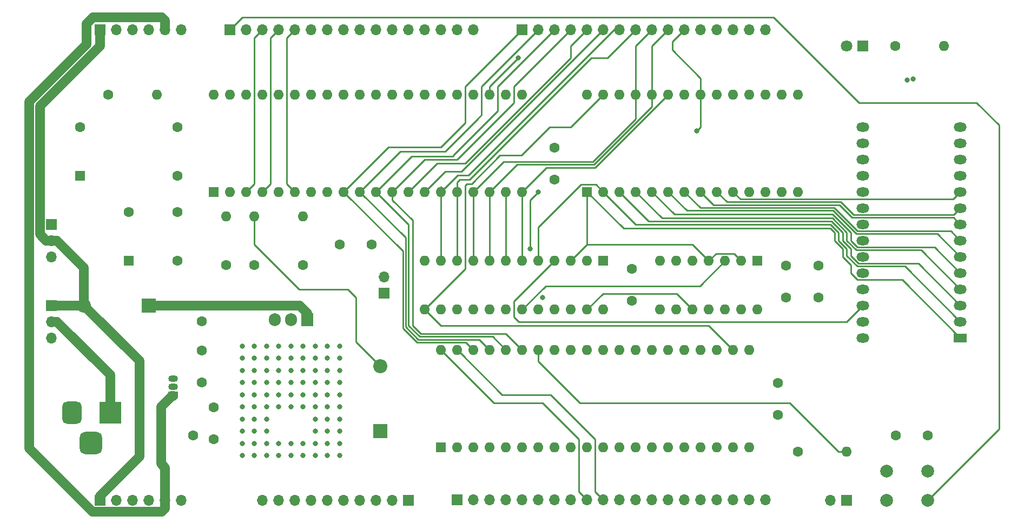
<source format=gbl>
G04 #@! TF.GenerationSoftware,KiCad,Pcbnew,7.0.8-7.0.8~ubuntu22.04.1*
G04 #@! TF.CreationDate,2023-11-11T15:44:52+10:00*
G04 #@! TF.ProjectId,MiniComputerBase,4d696e69-436f-46d7-9075-746572426173,rev?*
G04 #@! TF.SameCoordinates,Original*
G04 #@! TF.FileFunction,Copper,L4,Bot*
G04 #@! TF.FilePolarity,Positive*
%FSLAX46Y46*%
G04 Gerber Fmt 4.6, Leading zero omitted, Abs format (unit mm)*
G04 Created by KiCad (PCBNEW 7.0.8-7.0.8~ubuntu22.04.1) date 2023-11-11 15:44:52*
%MOMM*%
%LPD*%
G01*
G04 APERTURE LIST*
G04 Aperture macros list*
%AMRoundRect*
0 Rectangle with rounded corners*
0 $1 Rounding radius*
0 $2 $3 $4 $5 $6 $7 $8 $9 X,Y pos of 4 corners*
0 Add a 4 corners polygon primitive as box body*
4,1,4,$2,$3,$4,$5,$6,$7,$8,$9,$2,$3,0*
0 Add four circle primitives for the rounded corners*
1,1,$1+$1,$2,$3*
1,1,$1+$1,$4,$5*
1,1,$1+$1,$6,$7*
1,1,$1+$1,$8,$9*
0 Add four rect primitives between the rounded corners*
20,1,$1+$1,$2,$3,$4,$5,0*
20,1,$1+$1,$4,$5,$6,$7,0*
20,1,$1+$1,$6,$7,$8,$9,0*
20,1,$1+$1,$8,$9,$2,$3,0*%
G04 Aperture macros list end*
G04 #@! TA.AperFunction,ComponentPad*
%ADD10C,1.600000*%
G04 #@! TD*
G04 #@! TA.AperFunction,ComponentPad*
%ADD11R,1.600000X1.600000*%
G04 #@! TD*
G04 #@! TA.AperFunction,ComponentPad*
%ADD12O,1.600000X1.600000*%
G04 #@! TD*
G04 #@! TA.AperFunction,ComponentPad*
%ADD13R,1.700000X1.700000*%
G04 #@! TD*
G04 #@! TA.AperFunction,ComponentPad*
%ADD14O,1.700000X1.700000*%
G04 #@! TD*
G04 #@! TA.AperFunction,ComponentPad*
%ADD15R,1.905000X2.000000*%
G04 #@! TD*
G04 #@! TA.AperFunction,ComponentPad*
%ADD16O,1.905000X2.000000*%
G04 #@! TD*
G04 #@! TA.AperFunction,ComponentPad*
%ADD17C,2.000000*%
G04 #@! TD*
G04 #@! TA.AperFunction,ComponentPad*
%ADD18R,3.500000X3.500000*%
G04 #@! TD*
G04 #@! TA.AperFunction,ComponentPad*
%ADD19RoundRect,0.750000X-0.750000X-1.000000X0.750000X-1.000000X0.750000X1.000000X-0.750000X1.000000X0*%
G04 #@! TD*
G04 #@! TA.AperFunction,ComponentPad*
%ADD20RoundRect,0.875000X-0.875000X-0.875000X0.875000X-0.875000X0.875000X0.875000X-0.875000X0.875000X0*%
G04 #@! TD*
G04 #@! TA.AperFunction,ComponentPad*
%ADD21R,2.200000X2.200000*%
G04 #@! TD*
G04 #@! TA.AperFunction,ComponentPad*
%ADD22O,2.200000X2.200000*%
G04 #@! TD*
G04 #@! TA.AperFunction,ComponentPad*
%ADD23R,1.500000X1.050000*%
G04 #@! TD*
G04 #@! TA.AperFunction,ComponentPad*
%ADD24O,1.500000X1.050000*%
G04 #@! TD*
G04 #@! TA.AperFunction,ComponentPad*
%ADD25R,1.800000X1.800000*%
G04 #@! TD*
G04 #@! TA.AperFunction,ComponentPad*
%ADD26C,1.800000*%
G04 #@! TD*
G04 #@! TA.AperFunction,ComponentPad*
%ADD27R,2.000000X1.440000*%
G04 #@! TD*
G04 #@! TA.AperFunction,ComponentPad*
%ADD28O,2.000000X1.440000*%
G04 #@! TD*
G04 #@! TA.AperFunction,ViaPad*
%ADD29C,0.800000*%
G04 #@! TD*
G04 #@! TA.AperFunction,Conductor*
%ADD30C,0.250000*%
G04 #@! TD*
G04 #@! TA.AperFunction,Conductor*
%ADD31C,1.500000*%
G04 #@! TD*
G04 APERTURE END LIST*
D10*
X91440000Y-87075000D03*
X91440000Y-92075000D03*
D11*
X91440000Y-53340000D03*
D12*
X93980000Y-53340000D03*
X96520000Y-53340000D03*
X99060000Y-53340000D03*
X101600000Y-53340000D03*
X104140000Y-53340000D03*
X106680000Y-53340000D03*
X109220000Y-53340000D03*
X111760000Y-53340000D03*
X114300000Y-53340000D03*
X116840000Y-53340000D03*
X119380000Y-53340000D03*
X121920000Y-53340000D03*
X124460000Y-53340000D03*
X127000000Y-53340000D03*
X129540000Y-53340000D03*
X132080000Y-53340000D03*
X134620000Y-53340000D03*
X137160000Y-53340000D03*
X139700000Y-53340000D03*
X139700000Y-38100000D03*
X137160000Y-38100000D03*
X134620000Y-38100000D03*
X132080000Y-38100000D03*
X129540000Y-38100000D03*
X127000000Y-38100000D03*
X124460000Y-38100000D03*
X121920000Y-38100000D03*
X119380000Y-38100000D03*
X116840000Y-38100000D03*
X114300000Y-38100000D03*
X111760000Y-38100000D03*
X109220000Y-38100000D03*
X106680000Y-38100000D03*
X104140000Y-38100000D03*
X101600000Y-38100000D03*
X99060000Y-38100000D03*
X96520000Y-38100000D03*
X93980000Y-38100000D03*
X91440000Y-38100000D03*
D13*
X93980000Y-27940000D03*
D14*
X96520000Y-27940000D03*
X99060000Y-27940000D03*
X101600000Y-27940000D03*
X104140000Y-27940000D03*
X106680000Y-27940000D03*
X109220000Y-27940000D03*
X111760000Y-27940000D03*
X114300000Y-27940000D03*
X116840000Y-27940000D03*
X119380000Y-27940000D03*
X121920000Y-27940000D03*
X124460000Y-27940000D03*
X127000000Y-27940000D03*
X129540000Y-27940000D03*
X132080000Y-27940000D03*
D10*
X74930000Y-38100000D03*
D12*
X82550000Y-38100000D03*
D11*
X89535000Y-71120000D03*
D10*
X89535000Y-73620000D03*
X93345000Y-64770000D03*
D12*
X93345000Y-57150000D03*
D13*
X139700000Y-27940000D03*
D14*
X142240000Y-27940000D03*
X144780000Y-27940000D03*
X147320000Y-27940000D03*
X149860000Y-27940000D03*
X152400000Y-27940000D03*
X154940000Y-27940000D03*
X157480000Y-27940000D03*
X160020000Y-27940000D03*
X162560000Y-27940000D03*
X165100000Y-27940000D03*
X167640000Y-27940000D03*
X170180000Y-27940000D03*
X172720000Y-27940000D03*
X175260000Y-27940000D03*
X177800000Y-27940000D03*
D13*
X129540000Y-101575000D03*
D14*
X132080000Y-101575000D03*
X134620000Y-101575000D03*
X137160000Y-101575000D03*
X139700000Y-101575000D03*
X142240000Y-101575000D03*
X144780000Y-101575000D03*
X147320000Y-101575000D03*
X149860000Y-101575000D03*
X152400000Y-101575000D03*
X154940000Y-101575000D03*
X157480000Y-101575000D03*
X160020000Y-101575000D03*
X162560000Y-101575000D03*
X165100000Y-101575000D03*
X167640000Y-101575000D03*
X170180000Y-101575000D03*
X172720000Y-101575000D03*
X175260000Y-101575000D03*
X177800000Y-101575000D03*
D10*
X180975000Y-69850000D03*
X180975000Y-64850000D03*
D11*
X70485000Y-50800000D03*
D10*
X85725000Y-50800000D03*
X85725000Y-43180000D03*
X70485000Y-43180000D03*
X97790000Y-64770000D03*
D12*
X97790000Y-57150000D03*
D13*
X118110000Y-69215000D03*
D14*
X118110000Y-66675000D03*
D13*
X121920000Y-101600000D03*
D14*
X119380000Y-101600000D03*
X116840000Y-101600000D03*
X114300000Y-101600000D03*
X111760000Y-101600000D03*
X109220000Y-101600000D03*
X106680000Y-101600000D03*
X104140000Y-101600000D03*
X101600000Y-101600000D03*
X99060000Y-101600000D03*
D11*
X176530000Y-64135000D03*
D12*
X173990000Y-64135000D03*
X171450000Y-64135000D03*
X168910000Y-64135000D03*
X166370000Y-64135000D03*
X163830000Y-64135000D03*
X161290000Y-64135000D03*
X161290000Y-71755000D03*
X163830000Y-71755000D03*
X166370000Y-71755000D03*
X168910000Y-71755000D03*
X171450000Y-71755000D03*
X173990000Y-71755000D03*
X176530000Y-71755000D03*
D10*
X83225000Y-91440000D03*
X88225000Y-91440000D03*
D11*
X152400000Y-64135000D03*
D12*
X149860000Y-64135000D03*
X147320000Y-64135000D03*
X144780000Y-64135000D03*
X142240000Y-64135000D03*
X139700000Y-64135000D03*
X137160000Y-64135000D03*
X134620000Y-64135000D03*
X132080000Y-64135000D03*
X129540000Y-64135000D03*
X127000000Y-64135000D03*
X124460000Y-64135000D03*
X124460000Y-71755000D03*
X127000000Y-71755000D03*
X129540000Y-71755000D03*
X132080000Y-71755000D03*
X134620000Y-71755000D03*
X137160000Y-71755000D03*
X139700000Y-71755000D03*
X142240000Y-71755000D03*
X144780000Y-71755000D03*
X147320000Y-71755000D03*
X149860000Y-71755000D03*
X152400000Y-71755000D03*
D10*
X198200000Y-91440000D03*
X203200000Y-91440000D03*
D15*
X106045000Y-73320000D03*
D16*
X103505000Y-73320000D03*
X100965000Y-73320000D03*
D10*
X198120000Y-30480000D03*
D12*
X205740000Y-30480000D03*
D17*
X196700000Y-97100000D03*
X203200000Y-97100000D03*
X196700000Y-101600000D03*
X203200000Y-101600000D03*
D11*
X149860000Y-53340000D03*
D12*
X152400000Y-53340000D03*
X154940000Y-53340000D03*
X157480000Y-53340000D03*
X160020000Y-53340000D03*
X162560000Y-53340000D03*
X165100000Y-53340000D03*
X167640000Y-53340000D03*
X170180000Y-53340000D03*
X172720000Y-53340000D03*
X175260000Y-53340000D03*
X177800000Y-53340000D03*
X180340000Y-53340000D03*
X182880000Y-53340000D03*
X182880000Y-38100000D03*
X180340000Y-38100000D03*
X177800000Y-38100000D03*
X175260000Y-38100000D03*
X172720000Y-38100000D03*
X170180000Y-38100000D03*
X167640000Y-38100000D03*
X165100000Y-38100000D03*
X162560000Y-38100000D03*
X160020000Y-38100000D03*
X157480000Y-38100000D03*
X154940000Y-38100000D03*
X152400000Y-38100000D03*
X149860000Y-38100000D03*
D10*
X144780000Y-46395000D03*
X144780000Y-51395000D03*
X182880000Y-93980000D03*
D12*
X190500000Y-93980000D03*
D13*
X66040000Y-71120000D03*
D14*
X66040000Y-73660000D03*
X66040000Y-76200000D03*
D13*
X66040000Y-58420000D03*
D14*
X66040000Y-60960000D03*
X66040000Y-63500000D03*
D10*
X111165000Y-61595000D03*
X116165000Y-61595000D03*
D18*
X75215000Y-87942500D03*
D19*
X69215000Y-87942500D03*
D20*
X72215000Y-92642500D03*
D10*
X105410000Y-64770000D03*
D12*
X105410000Y-57150000D03*
D10*
X89535000Y-83145000D03*
X89535000Y-78145000D03*
D21*
X81280000Y-71120000D03*
D22*
X71120000Y-71120000D03*
D11*
X127000000Y-93345000D03*
D12*
X129540000Y-93345000D03*
X132080000Y-93345000D03*
X134620000Y-93345000D03*
X137160000Y-93345000D03*
X139700000Y-93345000D03*
X142240000Y-93345000D03*
X144780000Y-93345000D03*
X147320000Y-93345000D03*
X149860000Y-93345000D03*
X152400000Y-93345000D03*
X154940000Y-93345000D03*
X157480000Y-93345000D03*
X160020000Y-93345000D03*
X162560000Y-93345000D03*
X165100000Y-93345000D03*
X167640000Y-93345000D03*
X170180000Y-93345000D03*
X172720000Y-93345000D03*
X175260000Y-93345000D03*
X175260000Y-78105000D03*
X172720000Y-78105000D03*
X170180000Y-78105000D03*
X167640000Y-78105000D03*
X165100000Y-78105000D03*
X162560000Y-78105000D03*
X160020000Y-78105000D03*
X157480000Y-78105000D03*
X154940000Y-78105000D03*
X152400000Y-78105000D03*
X149860000Y-78105000D03*
X147320000Y-78105000D03*
X144780000Y-78105000D03*
X142240000Y-78105000D03*
X139700000Y-78105000D03*
X137160000Y-78105000D03*
X134620000Y-78105000D03*
X132080000Y-78105000D03*
X129540000Y-78105000D03*
X127000000Y-78105000D03*
D23*
X85090000Y-85090000D03*
D24*
X85090000Y-83820000D03*
X85090000Y-82550000D03*
D10*
X156845000Y-70405000D03*
X156845000Y-65405000D03*
D25*
X193040000Y-30480000D03*
D26*
X190500000Y-30480000D03*
D10*
X186055000Y-69850000D03*
X186055000Y-64850000D03*
X179705000Y-88225000D03*
X179705000Y-83225000D03*
D13*
X190500000Y-101600000D03*
D14*
X187960000Y-101600000D03*
D13*
X73660000Y-101600000D03*
D14*
X76200000Y-101600000D03*
X78740000Y-101600000D03*
X81280000Y-101600000D03*
X83820000Y-101600000D03*
X86360000Y-101600000D03*
D27*
X208280000Y-76200000D03*
D28*
X208280000Y-73660000D03*
X208280000Y-71120000D03*
X208280000Y-68580000D03*
X208280000Y-66040000D03*
X208280000Y-63500000D03*
X208280000Y-60960000D03*
X208280000Y-58420000D03*
X208280000Y-55880000D03*
X208280000Y-53340000D03*
X208280000Y-50800000D03*
X208280000Y-48260000D03*
X208280000Y-45720000D03*
X208280000Y-43180000D03*
X193040000Y-43180000D03*
X193040000Y-45720000D03*
X193040000Y-48260000D03*
X193040000Y-50800000D03*
X193040000Y-53340000D03*
X193040000Y-55880000D03*
X193040000Y-58420000D03*
X193040000Y-60960000D03*
X193040000Y-63500000D03*
X193040000Y-66040000D03*
X193040000Y-68580000D03*
X193040000Y-71120000D03*
X193040000Y-73660000D03*
X193040000Y-76200000D03*
D13*
X73660000Y-27940000D03*
D14*
X76200000Y-27940000D03*
X78740000Y-27940000D03*
X81280000Y-27940000D03*
X83820000Y-27940000D03*
X86360000Y-27940000D03*
D21*
X117475000Y-90805000D03*
D22*
X117475000Y-80645000D03*
D11*
X78105000Y-64135000D03*
D10*
X85725000Y-64135000D03*
X85725000Y-56515000D03*
X78105000Y-56515000D03*
D29*
X199936158Y-35827081D03*
X200925000Y-35681490D03*
X97790000Y-90805000D03*
X101600000Y-86995000D03*
X103505000Y-92710000D03*
X99695000Y-79375000D03*
X97790000Y-86995000D03*
X101600000Y-83185000D03*
X109220000Y-77470000D03*
X105410000Y-83185000D03*
X111125000Y-92710000D03*
X105410000Y-86995000D03*
X99695000Y-83185000D03*
X103505000Y-79375000D03*
X107315000Y-81280000D03*
X95885000Y-92710000D03*
X99695000Y-90805000D03*
X99695000Y-77470000D03*
X99695000Y-85090000D03*
X97790000Y-81280000D03*
X101600000Y-94615000D03*
X105410000Y-79375000D03*
X107315000Y-79375000D03*
X103505000Y-86995000D03*
X101600000Y-92710000D03*
X97790000Y-83185000D03*
X109220000Y-94615000D03*
X95885000Y-79375000D03*
X95885000Y-77470000D03*
X111125000Y-90805000D03*
X101600000Y-85090000D03*
X95885000Y-90805000D03*
X97790000Y-92710000D03*
X109220000Y-81280000D03*
X95885000Y-86995000D03*
X95885000Y-88900000D03*
X103505000Y-81280000D03*
X97790000Y-85090000D03*
X111125000Y-77470000D03*
X109220000Y-88900000D03*
X99695000Y-86995000D03*
X107315000Y-77470000D03*
X99695000Y-88900000D03*
X105410000Y-77470000D03*
X101600000Y-77470000D03*
X99695000Y-81280000D03*
X95885000Y-83185000D03*
X95885000Y-81280000D03*
X111125000Y-81280000D03*
X95885000Y-94615000D03*
X99695000Y-94615000D03*
X97790000Y-88900000D03*
X103505000Y-83185000D03*
X109220000Y-90805000D03*
X111125000Y-83185000D03*
X101600000Y-79375000D03*
X111125000Y-79375000D03*
X107315000Y-90805000D03*
X103505000Y-94615000D03*
X103505000Y-85090000D03*
X107315000Y-94615000D03*
X107315000Y-83185000D03*
X99695000Y-92710000D03*
X109220000Y-92710000D03*
X105410000Y-92710000D03*
X111125000Y-88900000D03*
X97790000Y-79375000D03*
X97790000Y-77470000D03*
X107315000Y-85090000D03*
X107315000Y-86995000D03*
X109220000Y-83185000D03*
X109220000Y-85090000D03*
X107315000Y-92710000D03*
X107315000Y-88900000D03*
X101600000Y-81280000D03*
X109220000Y-79375000D03*
X105410000Y-94615000D03*
X95885000Y-85090000D03*
X111125000Y-86995000D03*
X111125000Y-85090000D03*
X103505000Y-77470000D03*
X105410000Y-85090000D03*
X97790000Y-94615000D03*
X109220000Y-86995000D03*
X111125000Y-94615000D03*
X105410000Y-81280000D03*
X167005000Y-43815000D03*
X139065000Y-32385000D03*
X140970000Y-62230000D03*
X142240000Y-53340000D03*
X142875000Y-69850000D03*
D30*
X152400000Y-38100000D02*
X147320000Y-43180000D01*
X131064000Y-52070000D02*
X130810000Y-52324000D01*
X147320000Y-43180000D02*
X144018000Y-43180000D01*
X144018000Y-43180000D02*
X139573000Y-47625000D01*
X139573000Y-47625000D02*
X136211122Y-47625000D01*
X130810000Y-52324000D02*
X130810000Y-65405000D01*
X136211122Y-47625000D02*
X131766122Y-52070000D01*
X131766122Y-52070000D02*
X131064000Y-52070000D01*
X130810000Y-65405000D02*
X124460000Y-71755000D01*
X129540000Y-53340000D02*
X129540000Y-51816000D01*
X131445000Y-51435000D02*
X150495000Y-32385000D01*
X129540000Y-51816000D02*
X129921000Y-51435000D01*
X129921000Y-51435000D02*
X131445000Y-51435000D01*
X150495000Y-32385000D02*
X153035000Y-32385000D01*
X153035000Y-32385000D02*
X157480000Y-27940000D01*
X154090000Y-27940000D02*
X131274000Y-50756000D01*
X127000000Y-53340000D02*
X129584000Y-50756000D01*
X129584000Y-50756000D02*
X131274000Y-50756000D01*
D31*
X83820000Y-27940000D02*
X83820000Y-26543000D01*
X83290000Y-103400000D02*
X83820000Y-102870000D01*
X83820000Y-26543000D02*
X83312000Y-26035000D01*
X83312000Y-26035000D02*
X72521496Y-26035000D01*
X72521496Y-26035000D02*
X71516955Y-27039541D01*
X71516955Y-27039541D02*
X71516955Y-30218881D01*
X71516955Y-30218881D02*
X62540000Y-39195836D01*
X62540000Y-39195836D02*
X62540000Y-93523504D01*
X62540000Y-93523504D02*
X72416496Y-103400000D01*
X72416496Y-103400000D02*
X83290000Y-103400000D01*
X83820000Y-102870000D02*
X83820000Y-101600000D01*
D30*
X144780000Y-64135000D02*
X138430000Y-70485000D01*
X138430000Y-70485000D02*
X138430000Y-72898000D01*
X190500000Y-73660000D02*
X193040000Y-71120000D01*
X138430000Y-72898000D02*
X139192000Y-73660000D01*
X139192000Y-73660000D02*
X190500000Y-73660000D01*
X149860000Y-27940000D02*
X147320000Y-30480000D01*
X147320000Y-30480000D02*
X147320000Y-32383604D01*
X147320000Y-32383604D02*
X130808604Y-48895000D01*
X130808604Y-48895000D02*
X126365000Y-48895000D01*
X126365000Y-48895000D02*
X121920000Y-53340000D01*
D31*
X81280000Y-71120000D02*
X89535000Y-71120000D01*
X104845000Y-71120000D02*
X106045000Y-72320000D01*
X106045000Y-72320000D02*
X106045000Y-73320000D01*
X89535000Y-71120000D02*
X104845000Y-71120000D01*
D30*
X148746940Y-86360000D02*
X148668470Y-86281530D01*
X190500000Y-93980000D02*
X189230000Y-93980000D01*
X210820000Y-39370000D02*
X214312500Y-42862500D01*
X93980000Y-27940000D02*
X95885000Y-26035000D01*
X181610000Y-86360000D02*
X148746940Y-86360000D01*
X95885000Y-26035000D02*
X179070000Y-26035000D01*
X142240000Y-79853061D02*
X148668470Y-86281530D01*
X192405000Y-39370000D02*
X210820000Y-39370000D01*
X189230000Y-93980000D02*
X181610000Y-86360000D01*
X142240000Y-78105000D02*
X142240000Y-79853061D01*
X214312500Y-42862500D02*
X214312500Y-90487500D01*
X214312500Y-90487500D02*
X203200000Y-101600000D01*
X179070000Y-26035000D02*
X192405000Y-39370000D01*
D31*
X66040000Y-60960000D02*
X65190000Y-60960000D01*
X66040000Y-71120000D02*
X71120000Y-71120000D01*
X73660000Y-30480000D02*
X73660000Y-27940000D01*
X79820000Y-94805000D02*
X73660000Y-100965000D01*
X71120000Y-65190000D02*
X66890000Y-60960000D01*
X65190000Y-60960000D02*
X64240000Y-60010000D01*
X71120000Y-71120000D02*
X71120000Y-65190000D01*
X64240000Y-39900000D02*
X73660000Y-30480000D01*
X73660000Y-100965000D02*
X73660000Y-101600000D01*
X79820000Y-79820000D02*
X79820000Y-94805000D01*
X66890000Y-60960000D02*
X66040000Y-60960000D01*
X71120000Y-71120000D02*
X79820000Y-79820000D01*
X64240000Y-60010000D02*
X64240000Y-39900000D01*
X74720000Y-81490000D02*
X75215000Y-81985000D01*
X74720000Y-81490000D02*
X66890000Y-73660000D01*
X75215000Y-81985000D02*
X75215000Y-87942500D01*
X66890000Y-73660000D02*
X66040000Y-73660000D01*
D30*
X127000000Y-46355000D02*
X118745000Y-46355000D01*
X130890000Y-76915000D02*
X132080000Y-78105000D01*
X118745000Y-46355000D02*
X111760000Y-53340000D01*
X121020000Y-62600000D02*
X121020000Y-74669188D01*
X121020000Y-74669188D02*
X123265812Y-76915000D01*
X139700000Y-27940000D02*
X130810000Y-36830000D01*
X130810000Y-42545000D02*
X127000000Y-46355000D01*
X173845000Y-54465000D02*
X172720000Y-53340000D01*
X111760000Y-53340000D02*
X121020000Y-62600000D01*
X207155000Y-54465000D02*
X173845000Y-54465000D01*
X123265812Y-76915000D02*
X130890000Y-76915000D01*
X130810000Y-36830000D02*
X130810000Y-42545000D01*
X208280000Y-53340000D02*
X207155000Y-54465000D01*
X142240000Y-27940000D02*
X133350000Y-36830000D01*
X133350000Y-41275000D02*
X132715000Y-41910000D01*
X189535000Y-54915000D02*
X171755000Y-54915000D01*
X132715000Y-41910000D02*
X127635000Y-46990000D01*
X120650000Y-46990000D02*
X114300000Y-53340000D01*
X121470000Y-60510000D02*
X121470000Y-74482792D01*
X208280000Y-55880000D02*
X207235000Y-56925000D01*
X121470000Y-74482792D02*
X123452208Y-76465000D01*
X127635000Y-46990000D02*
X120650000Y-46990000D01*
X191545000Y-56925000D02*
X189535000Y-54915000D01*
X207235000Y-56925000D02*
X191545000Y-56925000D01*
X114300000Y-53340000D02*
X121470000Y-60510000D01*
X171755000Y-54915000D02*
X170180000Y-53340000D01*
X132980000Y-76465000D02*
X134620000Y-78105000D01*
X123452208Y-76465000D02*
X132980000Y-76465000D01*
X133350000Y-36830000D02*
X133350000Y-41275000D01*
X122370000Y-47810000D02*
X116840000Y-53340000D01*
X135890000Y-40640000D02*
X128905000Y-47625000D01*
X207235000Y-57375000D02*
X191358604Y-57375000D01*
X135070000Y-76015000D02*
X137160000Y-78105000D01*
X191358604Y-57375000D02*
X189348604Y-55365000D01*
X128905000Y-47625000D02*
X128905000Y-47810000D01*
X208280000Y-58420000D02*
X207235000Y-57375000D01*
X123638604Y-76015000D02*
X135070000Y-76015000D01*
X169665000Y-55365000D02*
X167640000Y-53340000D01*
X189348604Y-55365000D02*
X169665000Y-55365000D01*
X116840000Y-53340000D02*
X121920000Y-58420000D01*
X121920000Y-74296396D02*
X123638604Y-76015000D01*
X135890000Y-36830000D02*
X135890000Y-40640000D01*
X128905000Y-47810000D02*
X122370000Y-47810000D01*
X121920000Y-58420000D02*
X121920000Y-74296396D01*
X144780000Y-27940000D02*
X135890000Y-36830000D01*
X119380000Y-54610000D02*
X122555000Y-57785000D01*
X119380000Y-53340000D02*
X124460000Y-48260000D01*
X122555000Y-57785000D02*
X122555000Y-74295000D01*
X119380000Y-53340000D02*
X119380000Y-54610000D01*
X208280000Y-60960000D02*
X206785000Y-59465000D01*
X123825000Y-75565000D02*
X137160000Y-75565000D01*
X147320000Y-27940000D02*
X138430000Y-36830000D01*
X206785000Y-59465000D02*
X192180000Y-59465000D01*
X129540000Y-48260000D02*
X138430000Y-39370000D01*
X122555000Y-74295000D02*
X123825000Y-75565000D01*
X167575000Y-55815000D02*
X165100000Y-53340000D01*
X192180000Y-59465000D02*
X188530000Y-55815000D01*
X124460000Y-48260000D02*
X129540000Y-48260000D01*
X188530000Y-55815000D02*
X167575000Y-55815000D01*
X138430000Y-39370000D02*
X138430000Y-36830000D01*
X137160000Y-75565000D02*
X139700000Y-78105000D01*
X208280000Y-63500000D02*
X204695000Y-59915000D01*
X204695000Y-59915000D02*
X191993604Y-59915000D01*
X191993604Y-59915000D02*
X188343604Y-56265000D01*
X188343604Y-56265000D02*
X165485000Y-56265000D01*
X165485000Y-56265000D02*
X162560000Y-53340000D01*
X127635000Y-50165000D02*
X124460000Y-53340000D01*
X191135000Y-60960000D02*
X192180000Y-62005000D01*
X188276104Y-56833896D02*
X191135000Y-59692792D01*
X152400000Y-27940000D02*
X130175000Y-50165000D01*
X192180000Y-62005000D02*
X204245000Y-62005000D01*
X160020000Y-53340000D02*
X163513896Y-56833896D01*
X163513896Y-56833896D02*
X188276104Y-56833896D01*
X191135000Y-59692792D02*
X191135000Y-60960000D01*
X204245000Y-62005000D02*
X208280000Y-66040000D01*
X130175000Y-50165000D02*
X127635000Y-50165000D01*
X202155000Y-62455000D02*
X191993604Y-62455000D01*
X127000000Y-52520000D02*
X127000000Y-53340000D01*
X191993604Y-62455000D02*
X190497906Y-60959302D01*
X208280000Y-68580000D02*
X202155000Y-62455000D01*
X127000000Y-53340000D02*
X127000000Y-64135000D01*
X161609594Y-57469594D02*
X157480000Y-53340000D01*
X154940000Y-27940000D02*
X154090000Y-27940000D01*
X188275406Y-57469594D02*
X161609594Y-57469594D01*
X190497906Y-60959302D02*
X190497906Y-59692094D01*
X190497906Y-59692094D02*
X188275406Y-57469594D01*
X191135000Y-62232792D02*
X189862208Y-60960000D01*
X201705000Y-64545000D02*
X192327576Y-64545000D01*
X208280000Y-71120000D02*
X201705000Y-64545000D01*
X192327576Y-64545000D02*
X191135000Y-63352424D01*
X188089010Y-57919594D02*
X159519594Y-57919594D01*
X189862208Y-60960000D02*
X189862208Y-59692792D01*
X129540000Y-53340000D02*
X129540000Y-64135000D01*
X159519594Y-57919594D02*
X154940000Y-53340000D01*
X191135000Y-63352424D02*
X191135000Y-62232792D01*
X189862208Y-59692792D02*
X188089010Y-57919594D01*
X157480000Y-41907208D02*
X150757208Y-48630000D01*
X157480000Y-38100000D02*
X157480000Y-30480000D01*
X157480000Y-38100000D02*
X157480000Y-41907208D01*
X132080000Y-53340000D02*
X132080000Y-53975000D01*
X160020000Y-27940000D02*
X157480000Y-30480000D01*
X132080000Y-53340000D02*
X136790000Y-48630000D01*
X150757208Y-48630000D02*
X137425000Y-48630000D01*
X132080000Y-53975000D02*
X132080000Y-64135000D01*
X136790000Y-48630000D02*
X137425000Y-48630000D01*
X160020000Y-38100000D02*
X160020000Y-30480000D01*
X150943604Y-49080000D02*
X160020000Y-40003604D01*
X134620000Y-53340000D02*
X134620000Y-64135000D01*
X160020000Y-40003604D02*
X160020000Y-38100000D01*
X134620000Y-53340000D02*
X138880000Y-49080000D01*
X138880000Y-49080000D02*
X150943604Y-49080000D01*
X162560000Y-27940000D02*
X160020000Y-30480000D01*
X167640000Y-38100000D02*
X167640000Y-36195000D01*
X137160000Y-53340000D02*
X137160000Y-64135000D01*
X163195000Y-31115000D02*
X167640000Y-35560000D01*
X167005000Y-43815000D02*
X167640000Y-43180000D01*
X167640000Y-43180000D02*
X167640000Y-38100000D01*
X163195000Y-29845000D02*
X163195000Y-31115000D01*
X165100000Y-27940000D02*
X163195000Y-29845000D01*
X167640000Y-35560000D02*
X167640000Y-36195000D01*
X139700000Y-53340000D02*
X139700000Y-64135000D01*
X143510000Y-49530000D02*
X151130000Y-49530000D01*
X139700000Y-53340000D02*
X143510000Y-49530000D01*
X151130000Y-49530000D02*
X162560000Y-38100000D01*
X142240000Y-58900380D02*
X148925380Y-52215000D01*
X187956510Y-58423490D02*
X157483490Y-58423490D01*
X189226510Y-59693490D02*
X187956510Y-58423490D01*
X190497906Y-62232094D02*
X189226510Y-60960698D01*
X192141180Y-64995000D02*
X190497906Y-63351726D01*
X151275000Y-52215000D02*
X152400000Y-53340000D01*
X208280000Y-73660000D02*
X199615000Y-64995000D01*
X142240000Y-64135000D02*
X142240000Y-58900380D01*
X199615000Y-64995000D02*
X192141180Y-64995000D01*
X157483490Y-58423490D02*
X152400000Y-53340000D01*
X148925380Y-52215000D02*
X151275000Y-52215000D01*
X189226510Y-60960698D02*
X189226510Y-59693490D01*
X190497906Y-63351726D02*
X190497906Y-62232094D01*
X134620000Y-36830000D02*
X134620000Y-38100000D01*
X139065000Y-32385000D02*
X134620000Y-36830000D01*
X199165000Y-67085000D02*
X192180000Y-67085000D01*
X149860000Y-61595000D02*
X147320000Y-64135000D01*
X188590812Y-60961396D02*
X188590812Y-59694188D01*
X155579188Y-59059188D02*
X149860000Y-53340000D01*
X187955812Y-59059188D02*
X155579188Y-59059188D01*
X168910000Y-64135000D02*
X170035000Y-63010000D01*
X166370000Y-61595000D02*
X149860000Y-61595000D01*
X189862208Y-62232792D02*
X188590812Y-60961396D01*
X191135000Y-64770000D02*
X189862208Y-63497208D01*
X189862208Y-63497208D02*
X189862208Y-62232792D01*
X192180000Y-67085000D02*
X191135000Y-66040000D01*
X172865000Y-63010000D02*
X173990000Y-64135000D01*
X208280000Y-76200000D02*
X199165000Y-67085000D01*
X168910000Y-64135000D02*
X166370000Y-61595000D01*
X170035000Y-63010000D02*
X172865000Y-63010000D01*
X191135000Y-66040000D02*
X191135000Y-64770000D01*
X188590812Y-59694188D02*
X187955812Y-59059188D01*
X149860000Y-53340000D02*
X149860000Y-61595000D01*
X140970000Y-62230000D02*
X140970000Y-54610000D01*
X140970000Y-54610000D02*
X142240000Y-53340000D01*
X163895000Y-69280000D02*
X166370000Y-71755000D01*
X152335000Y-69280000D02*
X163895000Y-69280000D01*
X149860000Y-71755000D02*
X152335000Y-69280000D01*
X143365000Y-68090000D02*
X139700000Y-71755000D01*
X167495000Y-68090000D02*
X143365000Y-68090000D01*
X171450000Y-64135000D02*
X167495000Y-68090000D01*
X97790000Y-29210000D02*
X97790000Y-31750000D01*
X97790000Y-52070000D02*
X97790000Y-31750000D01*
X99060000Y-27940000D02*
X97790000Y-29210000D01*
X96520000Y-53340000D02*
X97790000Y-52070000D01*
X99060000Y-53340000D02*
X99695000Y-52705000D01*
X113665000Y-76835000D02*
X113665000Y-69850000D01*
X112395000Y-68580000D02*
X104775000Y-68580000D01*
X113665000Y-69850000D02*
X112395000Y-68580000D01*
X104775000Y-68580000D02*
X97790000Y-61595000D01*
X101600000Y-27940000D02*
X100330000Y-29210000D01*
X100330000Y-29210000D02*
X100330000Y-52070000D01*
X97790000Y-61595000D02*
X97790000Y-57150000D01*
X100330000Y-52070000D02*
X99695000Y-52705000D01*
X117475000Y-80645000D02*
X113665000Y-76835000D01*
X104140000Y-27940000D02*
X102870000Y-29210000D01*
X102870000Y-52070000D02*
X104140000Y-53340000D01*
X102870000Y-29210000D02*
X102870000Y-52070000D01*
D31*
X83185000Y-86995000D02*
X84885000Y-85295000D01*
X83820000Y-96520000D02*
X83185000Y-95885000D01*
X83820000Y-101600000D02*
X83820000Y-96520000D01*
X83185000Y-95885000D02*
X83185000Y-86995000D01*
X84885000Y-85295000D02*
X85090000Y-85295000D01*
D30*
X172720000Y-78105000D02*
X168910000Y-74295000D01*
X168910000Y-74295000D02*
X127000000Y-74295000D01*
X127000000Y-74295000D02*
X124460000Y-71755000D01*
X136525000Y-85090000D02*
X144145000Y-85090000D01*
X129990000Y-78555000D02*
X136525000Y-85090000D01*
X151142500Y-100317500D02*
X152400000Y-101575000D01*
X151130000Y-92075000D02*
X151130000Y-100305000D01*
X144145000Y-85090000D02*
X151130000Y-92075000D01*
X129990000Y-78105000D02*
X129990000Y-78555000D01*
X142875000Y-86360000D02*
X148590000Y-92075000D01*
X135255000Y-86360000D02*
X142875000Y-86360000D01*
X127000000Y-78105000D02*
X135255000Y-86360000D01*
X148590000Y-100305000D02*
X149860000Y-101575000D01*
X148590000Y-92075000D02*
X148590000Y-100305000D01*
M02*

</source>
